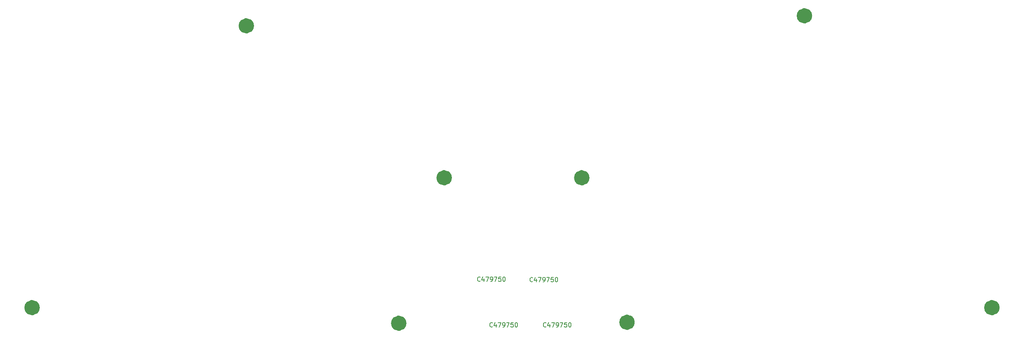
<source format=gbr>
%TF.GenerationSoftware,KiCad,Pcbnew,7.0.2*%
%TF.CreationDate,2023-05-02T21:20:21+02:00*%
%TF.ProjectId,Block,426c6f63-6b2e-46b6-9963-61645f706362,rev?*%
%TF.SameCoordinates,Original*%
%TF.FileFunction,Other,Comment*%
%FSLAX46Y46*%
G04 Gerber Fmt 4.6, Leading zero omitted, Abs format (unit mm)*
G04 Created by KiCad (PCBNEW 7.0.2) date 2023-05-02 21:20:21*
%MOMM*%
%LPD*%
G01*
G04 APERTURE LIST*
%ADD10C,0.150000*%
%ADD11C,1.750000*%
G04 APERTURE END LIST*
D10*
%TO.C,J2*%
X215220380Y-135147380D02*
X215172761Y-135195000D01*
X215172761Y-135195000D02*
X215029904Y-135242619D01*
X215029904Y-135242619D02*
X214934666Y-135242619D01*
X214934666Y-135242619D02*
X214791809Y-135195000D01*
X214791809Y-135195000D02*
X214696571Y-135099761D01*
X214696571Y-135099761D02*
X214648952Y-135004523D01*
X214648952Y-135004523D02*
X214601333Y-134814047D01*
X214601333Y-134814047D02*
X214601333Y-134671190D01*
X214601333Y-134671190D02*
X214648952Y-134480714D01*
X214648952Y-134480714D02*
X214696571Y-134385476D01*
X214696571Y-134385476D02*
X214791809Y-134290238D01*
X214791809Y-134290238D02*
X214934666Y-134242619D01*
X214934666Y-134242619D02*
X215029904Y-134242619D01*
X215029904Y-134242619D02*
X215172761Y-134290238D01*
X215172761Y-134290238D02*
X215220380Y-134337857D01*
X216077523Y-134575952D02*
X216077523Y-135242619D01*
X215839428Y-134195000D02*
X215601333Y-134909285D01*
X215601333Y-134909285D02*
X216220380Y-134909285D01*
X216506095Y-134242619D02*
X217172761Y-134242619D01*
X217172761Y-134242619D02*
X216744190Y-135242619D01*
X217601333Y-135242619D02*
X217791809Y-135242619D01*
X217791809Y-135242619D02*
X217887047Y-135195000D01*
X217887047Y-135195000D02*
X217934666Y-135147380D01*
X217934666Y-135147380D02*
X218029904Y-135004523D01*
X218029904Y-135004523D02*
X218077523Y-134814047D01*
X218077523Y-134814047D02*
X218077523Y-134433095D01*
X218077523Y-134433095D02*
X218029904Y-134337857D01*
X218029904Y-134337857D02*
X217982285Y-134290238D01*
X217982285Y-134290238D02*
X217887047Y-134242619D01*
X217887047Y-134242619D02*
X217696571Y-134242619D01*
X217696571Y-134242619D02*
X217601333Y-134290238D01*
X217601333Y-134290238D02*
X217553714Y-134337857D01*
X217553714Y-134337857D02*
X217506095Y-134433095D01*
X217506095Y-134433095D02*
X217506095Y-134671190D01*
X217506095Y-134671190D02*
X217553714Y-134766428D01*
X217553714Y-134766428D02*
X217601333Y-134814047D01*
X217601333Y-134814047D02*
X217696571Y-134861666D01*
X217696571Y-134861666D02*
X217887047Y-134861666D01*
X217887047Y-134861666D02*
X217982285Y-134814047D01*
X217982285Y-134814047D02*
X218029904Y-134766428D01*
X218029904Y-134766428D02*
X218077523Y-134671190D01*
X218410857Y-134242619D02*
X219077523Y-134242619D01*
X219077523Y-134242619D02*
X218648952Y-135242619D01*
X219934666Y-134242619D02*
X219458476Y-134242619D01*
X219458476Y-134242619D02*
X219410857Y-134718809D01*
X219410857Y-134718809D02*
X219458476Y-134671190D01*
X219458476Y-134671190D02*
X219553714Y-134623571D01*
X219553714Y-134623571D02*
X219791809Y-134623571D01*
X219791809Y-134623571D02*
X219887047Y-134671190D01*
X219887047Y-134671190D02*
X219934666Y-134718809D01*
X219934666Y-134718809D02*
X219982285Y-134814047D01*
X219982285Y-134814047D02*
X219982285Y-135052142D01*
X219982285Y-135052142D02*
X219934666Y-135147380D01*
X219934666Y-135147380D02*
X219887047Y-135195000D01*
X219887047Y-135195000D02*
X219791809Y-135242619D01*
X219791809Y-135242619D02*
X219553714Y-135242619D01*
X219553714Y-135242619D02*
X219458476Y-135195000D01*
X219458476Y-135195000D02*
X219410857Y-135147380D01*
X220601333Y-134242619D02*
X220696571Y-134242619D01*
X220696571Y-134242619D02*
X220791809Y-134290238D01*
X220791809Y-134290238D02*
X220839428Y-134337857D01*
X220839428Y-134337857D02*
X220887047Y-134433095D01*
X220887047Y-134433095D02*
X220934666Y-134623571D01*
X220934666Y-134623571D02*
X220934666Y-134861666D01*
X220934666Y-134861666D02*
X220887047Y-135052142D01*
X220887047Y-135052142D02*
X220839428Y-135147380D01*
X220839428Y-135147380D02*
X220791809Y-135195000D01*
X220791809Y-135195000D02*
X220696571Y-135242619D01*
X220696571Y-135242619D02*
X220601333Y-135242619D01*
X220601333Y-135242619D02*
X220506095Y-135195000D01*
X220506095Y-135195000D02*
X220458476Y-135147380D01*
X220458476Y-135147380D02*
X220410857Y-135052142D01*
X220410857Y-135052142D02*
X220363238Y-134861666D01*
X220363238Y-134861666D02*
X220363238Y-134623571D01*
X220363238Y-134623571D02*
X220410857Y-134433095D01*
X220410857Y-134433095D02*
X220458476Y-134337857D01*
X220458476Y-134337857D02*
X220506095Y-134290238D01*
X220506095Y-134290238D02*
X220601333Y-134242619D01*
X215220380Y-135151380D02*
X215172761Y-135199000D01*
X215172761Y-135199000D02*
X215029904Y-135246619D01*
X215029904Y-135246619D02*
X214934666Y-135246619D01*
X214934666Y-135246619D02*
X214791809Y-135199000D01*
X214791809Y-135199000D02*
X214696571Y-135103761D01*
X214696571Y-135103761D02*
X214648952Y-135008523D01*
X214648952Y-135008523D02*
X214601333Y-134818047D01*
X214601333Y-134818047D02*
X214601333Y-134675190D01*
X214601333Y-134675190D02*
X214648952Y-134484714D01*
X214648952Y-134484714D02*
X214696571Y-134389476D01*
X214696571Y-134389476D02*
X214791809Y-134294238D01*
X214791809Y-134294238D02*
X214934666Y-134246619D01*
X214934666Y-134246619D02*
X215029904Y-134246619D01*
X215029904Y-134246619D02*
X215172761Y-134294238D01*
X215172761Y-134294238D02*
X215220380Y-134341857D01*
X216077523Y-134579952D02*
X216077523Y-135246619D01*
X215839428Y-134199000D02*
X215601333Y-134913285D01*
X215601333Y-134913285D02*
X216220380Y-134913285D01*
X216506095Y-134246619D02*
X217172761Y-134246619D01*
X217172761Y-134246619D02*
X216744190Y-135246619D01*
X217601333Y-135246619D02*
X217791809Y-135246619D01*
X217791809Y-135246619D02*
X217887047Y-135199000D01*
X217887047Y-135199000D02*
X217934666Y-135151380D01*
X217934666Y-135151380D02*
X218029904Y-135008523D01*
X218029904Y-135008523D02*
X218077523Y-134818047D01*
X218077523Y-134818047D02*
X218077523Y-134437095D01*
X218077523Y-134437095D02*
X218029904Y-134341857D01*
X218029904Y-134341857D02*
X217982285Y-134294238D01*
X217982285Y-134294238D02*
X217887047Y-134246619D01*
X217887047Y-134246619D02*
X217696571Y-134246619D01*
X217696571Y-134246619D02*
X217601333Y-134294238D01*
X217601333Y-134294238D02*
X217553714Y-134341857D01*
X217553714Y-134341857D02*
X217506095Y-134437095D01*
X217506095Y-134437095D02*
X217506095Y-134675190D01*
X217506095Y-134675190D02*
X217553714Y-134770428D01*
X217553714Y-134770428D02*
X217601333Y-134818047D01*
X217601333Y-134818047D02*
X217696571Y-134865666D01*
X217696571Y-134865666D02*
X217887047Y-134865666D01*
X217887047Y-134865666D02*
X217982285Y-134818047D01*
X217982285Y-134818047D02*
X218029904Y-134770428D01*
X218029904Y-134770428D02*
X218077523Y-134675190D01*
X218410857Y-134246619D02*
X219077523Y-134246619D01*
X219077523Y-134246619D02*
X218648952Y-135246619D01*
X219934666Y-134246619D02*
X219458476Y-134246619D01*
X219458476Y-134246619D02*
X219410857Y-134722809D01*
X219410857Y-134722809D02*
X219458476Y-134675190D01*
X219458476Y-134675190D02*
X219553714Y-134627571D01*
X219553714Y-134627571D02*
X219791809Y-134627571D01*
X219791809Y-134627571D02*
X219887047Y-134675190D01*
X219887047Y-134675190D02*
X219934666Y-134722809D01*
X219934666Y-134722809D02*
X219982285Y-134818047D01*
X219982285Y-134818047D02*
X219982285Y-135056142D01*
X219982285Y-135056142D02*
X219934666Y-135151380D01*
X219934666Y-135151380D02*
X219887047Y-135199000D01*
X219887047Y-135199000D02*
X219791809Y-135246619D01*
X219791809Y-135246619D02*
X219553714Y-135246619D01*
X219553714Y-135246619D02*
X219458476Y-135199000D01*
X219458476Y-135199000D02*
X219410857Y-135151380D01*
X220601333Y-134246619D02*
X220696571Y-134246619D01*
X220696571Y-134246619D02*
X220791809Y-134294238D01*
X220791809Y-134294238D02*
X220839428Y-134341857D01*
X220839428Y-134341857D02*
X220887047Y-134437095D01*
X220887047Y-134437095D02*
X220934666Y-134627571D01*
X220934666Y-134627571D02*
X220934666Y-134865666D01*
X220934666Y-134865666D02*
X220887047Y-135056142D01*
X220887047Y-135056142D02*
X220839428Y-135151380D01*
X220839428Y-135151380D02*
X220791809Y-135199000D01*
X220791809Y-135199000D02*
X220696571Y-135246619D01*
X220696571Y-135246619D02*
X220601333Y-135246619D01*
X220601333Y-135246619D02*
X220506095Y-135199000D01*
X220506095Y-135199000D02*
X220458476Y-135151380D01*
X220458476Y-135151380D02*
X220410857Y-135056142D01*
X220410857Y-135056142D02*
X220363238Y-134865666D01*
X220363238Y-134865666D02*
X220363238Y-134627571D01*
X220363238Y-134627571D02*
X220410857Y-134437095D01*
X220410857Y-134437095D02*
X220458476Y-134341857D01*
X220458476Y-134341857D02*
X220506095Y-134294238D01*
X220506095Y-134294238D02*
X220601333Y-134246619D01*
%TO.C,J1*%
X227158380Y-135269380D02*
X227110761Y-135317000D01*
X227110761Y-135317000D02*
X226967904Y-135364619D01*
X226967904Y-135364619D02*
X226872666Y-135364619D01*
X226872666Y-135364619D02*
X226729809Y-135317000D01*
X226729809Y-135317000D02*
X226634571Y-135221761D01*
X226634571Y-135221761D02*
X226586952Y-135126523D01*
X226586952Y-135126523D02*
X226539333Y-134936047D01*
X226539333Y-134936047D02*
X226539333Y-134793190D01*
X226539333Y-134793190D02*
X226586952Y-134602714D01*
X226586952Y-134602714D02*
X226634571Y-134507476D01*
X226634571Y-134507476D02*
X226729809Y-134412238D01*
X226729809Y-134412238D02*
X226872666Y-134364619D01*
X226872666Y-134364619D02*
X226967904Y-134364619D01*
X226967904Y-134364619D02*
X227110761Y-134412238D01*
X227110761Y-134412238D02*
X227158380Y-134459857D01*
X228015523Y-134697952D02*
X228015523Y-135364619D01*
X227777428Y-134317000D02*
X227539333Y-135031285D01*
X227539333Y-135031285D02*
X228158380Y-135031285D01*
X228444095Y-134364619D02*
X229110761Y-134364619D01*
X229110761Y-134364619D02*
X228682190Y-135364619D01*
X229539333Y-135364619D02*
X229729809Y-135364619D01*
X229729809Y-135364619D02*
X229825047Y-135317000D01*
X229825047Y-135317000D02*
X229872666Y-135269380D01*
X229872666Y-135269380D02*
X229967904Y-135126523D01*
X229967904Y-135126523D02*
X230015523Y-134936047D01*
X230015523Y-134936047D02*
X230015523Y-134555095D01*
X230015523Y-134555095D02*
X229967904Y-134459857D01*
X229967904Y-134459857D02*
X229920285Y-134412238D01*
X229920285Y-134412238D02*
X229825047Y-134364619D01*
X229825047Y-134364619D02*
X229634571Y-134364619D01*
X229634571Y-134364619D02*
X229539333Y-134412238D01*
X229539333Y-134412238D02*
X229491714Y-134459857D01*
X229491714Y-134459857D02*
X229444095Y-134555095D01*
X229444095Y-134555095D02*
X229444095Y-134793190D01*
X229444095Y-134793190D02*
X229491714Y-134888428D01*
X229491714Y-134888428D02*
X229539333Y-134936047D01*
X229539333Y-134936047D02*
X229634571Y-134983666D01*
X229634571Y-134983666D02*
X229825047Y-134983666D01*
X229825047Y-134983666D02*
X229920285Y-134936047D01*
X229920285Y-134936047D02*
X229967904Y-134888428D01*
X229967904Y-134888428D02*
X230015523Y-134793190D01*
X230348857Y-134364619D02*
X231015523Y-134364619D01*
X231015523Y-134364619D02*
X230586952Y-135364619D01*
X231872666Y-134364619D02*
X231396476Y-134364619D01*
X231396476Y-134364619D02*
X231348857Y-134840809D01*
X231348857Y-134840809D02*
X231396476Y-134793190D01*
X231396476Y-134793190D02*
X231491714Y-134745571D01*
X231491714Y-134745571D02*
X231729809Y-134745571D01*
X231729809Y-134745571D02*
X231825047Y-134793190D01*
X231825047Y-134793190D02*
X231872666Y-134840809D01*
X231872666Y-134840809D02*
X231920285Y-134936047D01*
X231920285Y-134936047D02*
X231920285Y-135174142D01*
X231920285Y-135174142D02*
X231872666Y-135269380D01*
X231872666Y-135269380D02*
X231825047Y-135317000D01*
X231825047Y-135317000D02*
X231729809Y-135364619D01*
X231729809Y-135364619D02*
X231491714Y-135364619D01*
X231491714Y-135364619D02*
X231396476Y-135317000D01*
X231396476Y-135317000D02*
X231348857Y-135269380D01*
X232539333Y-134364619D02*
X232634571Y-134364619D01*
X232634571Y-134364619D02*
X232729809Y-134412238D01*
X232729809Y-134412238D02*
X232777428Y-134459857D01*
X232777428Y-134459857D02*
X232825047Y-134555095D01*
X232825047Y-134555095D02*
X232872666Y-134745571D01*
X232872666Y-134745571D02*
X232872666Y-134983666D01*
X232872666Y-134983666D02*
X232825047Y-135174142D01*
X232825047Y-135174142D02*
X232777428Y-135269380D01*
X232777428Y-135269380D02*
X232729809Y-135317000D01*
X232729809Y-135317000D02*
X232634571Y-135364619D01*
X232634571Y-135364619D02*
X232539333Y-135364619D01*
X232539333Y-135364619D02*
X232444095Y-135317000D01*
X232444095Y-135317000D02*
X232396476Y-135269380D01*
X232396476Y-135269380D02*
X232348857Y-135174142D01*
X232348857Y-135174142D02*
X232301238Y-134983666D01*
X232301238Y-134983666D02*
X232301238Y-134745571D01*
X232301238Y-134745571D02*
X232348857Y-134555095D01*
X232348857Y-134555095D02*
X232396476Y-134459857D01*
X232396476Y-134459857D02*
X232444095Y-134412238D01*
X232444095Y-134412238D02*
X232539333Y-134364619D01*
X227158380Y-135265380D02*
X227110761Y-135313000D01*
X227110761Y-135313000D02*
X226967904Y-135360619D01*
X226967904Y-135360619D02*
X226872666Y-135360619D01*
X226872666Y-135360619D02*
X226729809Y-135313000D01*
X226729809Y-135313000D02*
X226634571Y-135217761D01*
X226634571Y-135217761D02*
X226586952Y-135122523D01*
X226586952Y-135122523D02*
X226539333Y-134932047D01*
X226539333Y-134932047D02*
X226539333Y-134789190D01*
X226539333Y-134789190D02*
X226586952Y-134598714D01*
X226586952Y-134598714D02*
X226634571Y-134503476D01*
X226634571Y-134503476D02*
X226729809Y-134408238D01*
X226729809Y-134408238D02*
X226872666Y-134360619D01*
X226872666Y-134360619D02*
X226967904Y-134360619D01*
X226967904Y-134360619D02*
X227110761Y-134408238D01*
X227110761Y-134408238D02*
X227158380Y-134455857D01*
X228015523Y-134693952D02*
X228015523Y-135360619D01*
X227777428Y-134313000D02*
X227539333Y-135027285D01*
X227539333Y-135027285D02*
X228158380Y-135027285D01*
X228444095Y-134360619D02*
X229110761Y-134360619D01*
X229110761Y-134360619D02*
X228682190Y-135360619D01*
X229539333Y-135360619D02*
X229729809Y-135360619D01*
X229729809Y-135360619D02*
X229825047Y-135313000D01*
X229825047Y-135313000D02*
X229872666Y-135265380D01*
X229872666Y-135265380D02*
X229967904Y-135122523D01*
X229967904Y-135122523D02*
X230015523Y-134932047D01*
X230015523Y-134932047D02*
X230015523Y-134551095D01*
X230015523Y-134551095D02*
X229967904Y-134455857D01*
X229967904Y-134455857D02*
X229920285Y-134408238D01*
X229920285Y-134408238D02*
X229825047Y-134360619D01*
X229825047Y-134360619D02*
X229634571Y-134360619D01*
X229634571Y-134360619D02*
X229539333Y-134408238D01*
X229539333Y-134408238D02*
X229491714Y-134455857D01*
X229491714Y-134455857D02*
X229444095Y-134551095D01*
X229444095Y-134551095D02*
X229444095Y-134789190D01*
X229444095Y-134789190D02*
X229491714Y-134884428D01*
X229491714Y-134884428D02*
X229539333Y-134932047D01*
X229539333Y-134932047D02*
X229634571Y-134979666D01*
X229634571Y-134979666D02*
X229825047Y-134979666D01*
X229825047Y-134979666D02*
X229920285Y-134932047D01*
X229920285Y-134932047D02*
X229967904Y-134884428D01*
X229967904Y-134884428D02*
X230015523Y-134789190D01*
X230348857Y-134360619D02*
X231015523Y-134360619D01*
X231015523Y-134360619D02*
X230586952Y-135360619D01*
X231872666Y-134360619D02*
X231396476Y-134360619D01*
X231396476Y-134360619D02*
X231348857Y-134836809D01*
X231348857Y-134836809D02*
X231396476Y-134789190D01*
X231396476Y-134789190D02*
X231491714Y-134741571D01*
X231491714Y-134741571D02*
X231729809Y-134741571D01*
X231729809Y-134741571D02*
X231825047Y-134789190D01*
X231825047Y-134789190D02*
X231872666Y-134836809D01*
X231872666Y-134836809D02*
X231920285Y-134932047D01*
X231920285Y-134932047D02*
X231920285Y-135170142D01*
X231920285Y-135170142D02*
X231872666Y-135265380D01*
X231872666Y-135265380D02*
X231825047Y-135313000D01*
X231825047Y-135313000D02*
X231729809Y-135360619D01*
X231729809Y-135360619D02*
X231491714Y-135360619D01*
X231491714Y-135360619D02*
X231396476Y-135313000D01*
X231396476Y-135313000D02*
X231348857Y-135265380D01*
X232539333Y-134360619D02*
X232634571Y-134360619D01*
X232634571Y-134360619D02*
X232729809Y-134408238D01*
X232729809Y-134408238D02*
X232777428Y-134455857D01*
X232777428Y-134455857D02*
X232825047Y-134551095D01*
X232825047Y-134551095D02*
X232872666Y-134741571D01*
X232872666Y-134741571D02*
X232872666Y-134979666D01*
X232872666Y-134979666D02*
X232825047Y-135170142D01*
X232825047Y-135170142D02*
X232777428Y-135265380D01*
X232777428Y-135265380D02*
X232729809Y-135313000D01*
X232729809Y-135313000D02*
X232634571Y-135360619D01*
X232634571Y-135360619D02*
X232539333Y-135360619D01*
X232539333Y-135360619D02*
X232444095Y-135313000D01*
X232444095Y-135313000D02*
X232396476Y-135265380D01*
X232396476Y-135265380D02*
X232348857Y-135170142D01*
X232348857Y-135170142D02*
X232301238Y-134979666D01*
X232301238Y-134979666D02*
X232301238Y-134741571D01*
X232301238Y-134741571D02*
X232348857Y-134551095D01*
X232348857Y-134551095D02*
X232396476Y-134455857D01*
X232396476Y-134455857D02*
X232444095Y-134408238D01*
X232444095Y-134408238D02*
X232539333Y-134360619D01*
%TO.C,J6*%
X218014380Y-145561380D02*
X217966761Y-145609000D01*
X217966761Y-145609000D02*
X217823904Y-145656619D01*
X217823904Y-145656619D02*
X217728666Y-145656619D01*
X217728666Y-145656619D02*
X217585809Y-145609000D01*
X217585809Y-145609000D02*
X217490571Y-145513761D01*
X217490571Y-145513761D02*
X217442952Y-145418523D01*
X217442952Y-145418523D02*
X217395333Y-145228047D01*
X217395333Y-145228047D02*
X217395333Y-145085190D01*
X217395333Y-145085190D02*
X217442952Y-144894714D01*
X217442952Y-144894714D02*
X217490571Y-144799476D01*
X217490571Y-144799476D02*
X217585809Y-144704238D01*
X217585809Y-144704238D02*
X217728666Y-144656619D01*
X217728666Y-144656619D02*
X217823904Y-144656619D01*
X217823904Y-144656619D02*
X217966761Y-144704238D01*
X217966761Y-144704238D02*
X218014380Y-144751857D01*
X218871523Y-144989952D02*
X218871523Y-145656619D01*
X218633428Y-144609000D02*
X218395333Y-145323285D01*
X218395333Y-145323285D02*
X219014380Y-145323285D01*
X219300095Y-144656619D02*
X219966761Y-144656619D01*
X219966761Y-144656619D02*
X219538190Y-145656619D01*
X220395333Y-145656619D02*
X220585809Y-145656619D01*
X220585809Y-145656619D02*
X220681047Y-145609000D01*
X220681047Y-145609000D02*
X220728666Y-145561380D01*
X220728666Y-145561380D02*
X220823904Y-145418523D01*
X220823904Y-145418523D02*
X220871523Y-145228047D01*
X220871523Y-145228047D02*
X220871523Y-144847095D01*
X220871523Y-144847095D02*
X220823904Y-144751857D01*
X220823904Y-144751857D02*
X220776285Y-144704238D01*
X220776285Y-144704238D02*
X220681047Y-144656619D01*
X220681047Y-144656619D02*
X220490571Y-144656619D01*
X220490571Y-144656619D02*
X220395333Y-144704238D01*
X220395333Y-144704238D02*
X220347714Y-144751857D01*
X220347714Y-144751857D02*
X220300095Y-144847095D01*
X220300095Y-144847095D02*
X220300095Y-145085190D01*
X220300095Y-145085190D02*
X220347714Y-145180428D01*
X220347714Y-145180428D02*
X220395333Y-145228047D01*
X220395333Y-145228047D02*
X220490571Y-145275666D01*
X220490571Y-145275666D02*
X220681047Y-145275666D01*
X220681047Y-145275666D02*
X220776285Y-145228047D01*
X220776285Y-145228047D02*
X220823904Y-145180428D01*
X220823904Y-145180428D02*
X220871523Y-145085190D01*
X221204857Y-144656619D02*
X221871523Y-144656619D01*
X221871523Y-144656619D02*
X221442952Y-145656619D01*
X222728666Y-144656619D02*
X222252476Y-144656619D01*
X222252476Y-144656619D02*
X222204857Y-145132809D01*
X222204857Y-145132809D02*
X222252476Y-145085190D01*
X222252476Y-145085190D02*
X222347714Y-145037571D01*
X222347714Y-145037571D02*
X222585809Y-145037571D01*
X222585809Y-145037571D02*
X222681047Y-145085190D01*
X222681047Y-145085190D02*
X222728666Y-145132809D01*
X222728666Y-145132809D02*
X222776285Y-145228047D01*
X222776285Y-145228047D02*
X222776285Y-145466142D01*
X222776285Y-145466142D02*
X222728666Y-145561380D01*
X222728666Y-145561380D02*
X222681047Y-145609000D01*
X222681047Y-145609000D02*
X222585809Y-145656619D01*
X222585809Y-145656619D02*
X222347714Y-145656619D01*
X222347714Y-145656619D02*
X222252476Y-145609000D01*
X222252476Y-145609000D02*
X222204857Y-145561380D01*
X223395333Y-144656619D02*
X223490571Y-144656619D01*
X223490571Y-144656619D02*
X223585809Y-144704238D01*
X223585809Y-144704238D02*
X223633428Y-144751857D01*
X223633428Y-144751857D02*
X223681047Y-144847095D01*
X223681047Y-144847095D02*
X223728666Y-145037571D01*
X223728666Y-145037571D02*
X223728666Y-145275666D01*
X223728666Y-145275666D02*
X223681047Y-145466142D01*
X223681047Y-145466142D02*
X223633428Y-145561380D01*
X223633428Y-145561380D02*
X223585809Y-145609000D01*
X223585809Y-145609000D02*
X223490571Y-145656619D01*
X223490571Y-145656619D02*
X223395333Y-145656619D01*
X223395333Y-145656619D02*
X223300095Y-145609000D01*
X223300095Y-145609000D02*
X223252476Y-145561380D01*
X223252476Y-145561380D02*
X223204857Y-145466142D01*
X223204857Y-145466142D02*
X223157238Y-145275666D01*
X223157238Y-145275666D02*
X223157238Y-145037571D01*
X223157238Y-145037571D02*
X223204857Y-144847095D01*
X223204857Y-144847095D02*
X223252476Y-144751857D01*
X223252476Y-144751857D02*
X223300095Y-144704238D01*
X223300095Y-144704238D02*
X223395333Y-144656619D01*
X218014380Y-145565380D02*
X217966761Y-145613000D01*
X217966761Y-145613000D02*
X217823904Y-145660619D01*
X217823904Y-145660619D02*
X217728666Y-145660619D01*
X217728666Y-145660619D02*
X217585809Y-145613000D01*
X217585809Y-145613000D02*
X217490571Y-145517761D01*
X217490571Y-145517761D02*
X217442952Y-145422523D01*
X217442952Y-145422523D02*
X217395333Y-145232047D01*
X217395333Y-145232047D02*
X217395333Y-145089190D01*
X217395333Y-145089190D02*
X217442952Y-144898714D01*
X217442952Y-144898714D02*
X217490571Y-144803476D01*
X217490571Y-144803476D02*
X217585809Y-144708238D01*
X217585809Y-144708238D02*
X217728666Y-144660619D01*
X217728666Y-144660619D02*
X217823904Y-144660619D01*
X217823904Y-144660619D02*
X217966761Y-144708238D01*
X217966761Y-144708238D02*
X218014380Y-144755857D01*
X218871523Y-144993952D02*
X218871523Y-145660619D01*
X218633428Y-144613000D02*
X218395333Y-145327285D01*
X218395333Y-145327285D02*
X219014380Y-145327285D01*
X219300095Y-144660619D02*
X219966761Y-144660619D01*
X219966761Y-144660619D02*
X219538190Y-145660619D01*
X220395333Y-145660619D02*
X220585809Y-145660619D01*
X220585809Y-145660619D02*
X220681047Y-145613000D01*
X220681047Y-145613000D02*
X220728666Y-145565380D01*
X220728666Y-145565380D02*
X220823904Y-145422523D01*
X220823904Y-145422523D02*
X220871523Y-145232047D01*
X220871523Y-145232047D02*
X220871523Y-144851095D01*
X220871523Y-144851095D02*
X220823904Y-144755857D01*
X220823904Y-144755857D02*
X220776285Y-144708238D01*
X220776285Y-144708238D02*
X220681047Y-144660619D01*
X220681047Y-144660619D02*
X220490571Y-144660619D01*
X220490571Y-144660619D02*
X220395333Y-144708238D01*
X220395333Y-144708238D02*
X220347714Y-144755857D01*
X220347714Y-144755857D02*
X220300095Y-144851095D01*
X220300095Y-144851095D02*
X220300095Y-145089190D01*
X220300095Y-145089190D02*
X220347714Y-145184428D01*
X220347714Y-145184428D02*
X220395333Y-145232047D01*
X220395333Y-145232047D02*
X220490571Y-145279666D01*
X220490571Y-145279666D02*
X220681047Y-145279666D01*
X220681047Y-145279666D02*
X220776285Y-145232047D01*
X220776285Y-145232047D02*
X220823904Y-145184428D01*
X220823904Y-145184428D02*
X220871523Y-145089190D01*
X221204857Y-144660619D02*
X221871523Y-144660619D01*
X221871523Y-144660619D02*
X221442952Y-145660619D01*
X222728666Y-144660619D02*
X222252476Y-144660619D01*
X222252476Y-144660619D02*
X222204857Y-145136809D01*
X222204857Y-145136809D02*
X222252476Y-145089190D01*
X222252476Y-145089190D02*
X222347714Y-145041571D01*
X222347714Y-145041571D02*
X222585809Y-145041571D01*
X222585809Y-145041571D02*
X222681047Y-145089190D01*
X222681047Y-145089190D02*
X222728666Y-145136809D01*
X222728666Y-145136809D02*
X222776285Y-145232047D01*
X222776285Y-145232047D02*
X222776285Y-145470142D01*
X222776285Y-145470142D02*
X222728666Y-145565380D01*
X222728666Y-145565380D02*
X222681047Y-145613000D01*
X222681047Y-145613000D02*
X222585809Y-145660619D01*
X222585809Y-145660619D02*
X222347714Y-145660619D01*
X222347714Y-145660619D02*
X222252476Y-145613000D01*
X222252476Y-145613000D02*
X222204857Y-145565380D01*
X223395333Y-144660619D02*
X223490571Y-144660619D01*
X223490571Y-144660619D02*
X223585809Y-144708238D01*
X223585809Y-144708238D02*
X223633428Y-144755857D01*
X223633428Y-144755857D02*
X223681047Y-144851095D01*
X223681047Y-144851095D02*
X223728666Y-145041571D01*
X223728666Y-145041571D02*
X223728666Y-145279666D01*
X223728666Y-145279666D02*
X223681047Y-145470142D01*
X223681047Y-145470142D02*
X223633428Y-145565380D01*
X223633428Y-145565380D02*
X223585809Y-145613000D01*
X223585809Y-145613000D02*
X223490571Y-145660619D01*
X223490571Y-145660619D02*
X223395333Y-145660619D01*
X223395333Y-145660619D02*
X223300095Y-145613000D01*
X223300095Y-145613000D02*
X223252476Y-145565380D01*
X223252476Y-145565380D02*
X223204857Y-145470142D01*
X223204857Y-145470142D02*
X223157238Y-145279666D01*
X223157238Y-145279666D02*
X223157238Y-145041571D01*
X223157238Y-145041571D02*
X223204857Y-144851095D01*
X223204857Y-144851095D02*
X223252476Y-144755857D01*
X223252476Y-144755857D02*
X223300095Y-144708238D01*
X223300095Y-144708238D02*
X223395333Y-144660619D01*
%TO.C,J3*%
X230206380Y-145561380D02*
X230158761Y-145609000D01*
X230158761Y-145609000D02*
X230015904Y-145656619D01*
X230015904Y-145656619D02*
X229920666Y-145656619D01*
X229920666Y-145656619D02*
X229777809Y-145609000D01*
X229777809Y-145609000D02*
X229682571Y-145513761D01*
X229682571Y-145513761D02*
X229634952Y-145418523D01*
X229634952Y-145418523D02*
X229587333Y-145228047D01*
X229587333Y-145228047D02*
X229587333Y-145085190D01*
X229587333Y-145085190D02*
X229634952Y-144894714D01*
X229634952Y-144894714D02*
X229682571Y-144799476D01*
X229682571Y-144799476D02*
X229777809Y-144704238D01*
X229777809Y-144704238D02*
X229920666Y-144656619D01*
X229920666Y-144656619D02*
X230015904Y-144656619D01*
X230015904Y-144656619D02*
X230158761Y-144704238D01*
X230158761Y-144704238D02*
X230206380Y-144751857D01*
X231063523Y-144989952D02*
X231063523Y-145656619D01*
X230825428Y-144609000D02*
X230587333Y-145323285D01*
X230587333Y-145323285D02*
X231206380Y-145323285D01*
X231492095Y-144656619D02*
X232158761Y-144656619D01*
X232158761Y-144656619D02*
X231730190Y-145656619D01*
X232587333Y-145656619D02*
X232777809Y-145656619D01*
X232777809Y-145656619D02*
X232873047Y-145609000D01*
X232873047Y-145609000D02*
X232920666Y-145561380D01*
X232920666Y-145561380D02*
X233015904Y-145418523D01*
X233015904Y-145418523D02*
X233063523Y-145228047D01*
X233063523Y-145228047D02*
X233063523Y-144847095D01*
X233063523Y-144847095D02*
X233015904Y-144751857D01*
X233015904Y-144751857D02*
X232968285Y-144704238D01*
X232968285Y-144704238D02*
X232873047Y-144656619D01*
X232873047Y-144656619D02*
X232682571Y-144656619D01*
X232682571Y-144656619D02*
X232587333Y-144704238D01*
X232587333Y-144704238D02*
X232539714Y-144751857D01*
X232539714Y-144751857D02*
X232492095Y-144847095D01*
X232492095Y-144847095D02*
X232492095Y-145085190D01*
X232492095Y-145085190D02*
X232539714Y-145180428D01*
X232539714Y-145180428D02*
X232587333Y-145228047D01*
X232587333Y-145228047D02*
X232682571Y-145275666D01*
X232682571Y-145275666D02*
X232873047Y-145275666D01*
X232873047Y-145275666D02*
X232968285Y-145228047D01*
X232968285Y-145228047D02*
X233015904Y-145180428D01*
X233015904Y-145180428D02*
X233063523Y-145085190D01*
X233396857Y-144656619D02*
X234063523Y-144656619D01*
X234063523Y-144656619D02*
X233634952Y-145656619D01*
X234920666Y-144656619D02*
X234444476Y-144656619D01*
X234444476Y-144656619D02*
X234396857Y-145132809D01*
X234396857Y-145132809D02*
X234444476Y-145085190D01*
X234444476Y-145085190D02*
X234539714Y-145037571D01*
X234539714Y-145037571D02*
X234777809Y-145037571D01*
X234777809Y-145037571D02*
X234873047Y-145085190D01*
X234873047Y-145085190D02*
X234920666Y-145132809D01*
X234920666Y-145132809D02*
X234968285Y-145228047D01*
X234968285Y-145228047D02*
X234968285Y-145466142D01*
X234968285Y-145466142D02*
X234920666Y-145561380D01*
X234920666Y-145561380D02*
X234873047Y-145609000D01*
X234873047Y-145609000D02*
X234777809Y-145656619D01*
X234777809Y-145656619D02*
X234539714Y-145656619D01*
X234539714Y-145656619D02*
X234444476Y-145609000D01*
X234444476Y-145609000D02*
X234396857Y-145561380D01*
X235587333Y-144656619D02*
X235682571Y-144656619D01*
X235682571Y-144656619D02*
X235777809Y-144704238D01*
X235777809Y-144704238D02*
X235825428Y-144751857D01*
X235825428Y-144751857D02*
X235873047Y-144847095D01*
X235873047Y-144847095D02*
X235920666Y-145037571D01*
X235920666Y-145037571D02*
X235920666Y-145275666D01*
X235920666Y-145275666D02*
X235873047Y-145466142D01*
X235873047Y-145466142D02*
X235825428Y-145561380D01*
X235825428Y-145561380D02*
X235777809Y-145609000D01*
X235777809Y-145609000D02*
X235682571Y-145656619D01*
X235682571Y-145656619D02*
X235587333Y-145656619D01*
X235587333Y-145656619D02*
X235492095Y-145609000D01*
X235492095Y-145609000D02*
X235444476Y-145561380D01*
X235444476Y-145561380D02*
X235396857Y-145466142D01*
X235396857Y-145466142D02*
X235349238Y-145275666D01*
X235349238Y-145275666D02*
X235349238Y-145037571D01*
X235349238Y-145037571D02*
X235396857Y-144847095D01*
X235396857Y-144847095D02*
X235444476Y-144751857D01*
X235444476Y-144751857D02*
X235492095Y-144704238D01*
X235492095Y-144704238D02*
X235587333Y-144656619D01*
X230206380Y-145565380D02*
X230158761Y-145613000D01*
X230158761Y-145613000D02*
X230015904Y-145660619D01*
X230015904Y-145660619D02*
X229920666Y-145660619D01*
X229920666Y-145660619D02*
X229777809Y-145613000D01*
X229777809Y-145613000D02*
X229682571Y-145517761D01*
X229682571Y-145517761D02*
X229634952Y-145422523D01*
X229634952Y-145422523D02*
X229587333Y-145232047D01*
X229587333Y-145232047D02*
X229587333Y-145089190D01*
X229587333Y-145089190D02*
X229634952Y-144898714D01*
X229634952Y-144898714D02*
X229682571Y-144803476D01*
X229682571Y-144803476D02*
X229777809Y-144708238D01*
X229777809Y-144708238D02*
X229920666Y-144660619D01*
X229920666Y-144660619D02*
X230015904Y-144660619D01*
X230015904Y-144660619D02*
X230158761Y-144708238D01*
X230158761Y-144708238D02*
X230206380Y-144755857D01*
X231063523Y-144993952D02*
X231063523Y-145660619D01*
X230825428Y-144613000D02*
X230587333Y-145327285D01*
X230587333Y-145327285D02*
X231206380Y-145327285D01*
X231492095Y-144660619D02*
X232158761Y-144660619D01*
X232158761Y-144660619D02*
X231730190Y-145660619D01*
X232587333Y-145660619D02*
X232777809Y-145660619D01*
X232777809Y-145660619D02*
X232873047Y-145613000D01*
X232873047Y-145613000D02*
X232920666Y-145565380D01*
X232920666Y-145565380D02*
X233015904Y-145422523D01*
X233015904Y-145422523D02*
X233063523Y-145232047D01*
X233063523Y-145232047D02*
X233063523Y-144851095D01*
X233063523Y-144851095D02*
X233015904Y-144755857D01*
X233015904Y-144755857D02*
X232968285Y-144708238D01*
X232968285Y-144708238D02*
X232873047Y-144660619D01*
X232873047Y-144660619D02*
X232682571Y-144660619D01*
X232682571Y-144660619D02*
X232587333Y-144708238D01*
X232587333Y-144708238D02*
X232539714Y-144755857D01*
X232539714Y-144755857D02*
X232492095Y-144851095D01*
X232492095Y-144851095D02*
X232492095Y-145089190D01*
X232492095Y-145089190D02*
X232539714Y-145184428D01*
X232539714Y-145184428D02*
X232587333Y-145232047D01*
X232587333Y-145232047D02*
X232682571Y-145279666D01*
X232682571Y-145279666D02*
X232873047Y-145279666D01*
X232873047Y-145279666D02*
X232968285Y-145232047D01*
X232968285Y-145232047D02*
X233015904Y-145184428D01*
X233015904Y-145184428D02*
X233063523Y-145089190D01*
X233396857Y-144660619D02*
X234063523Y-144660619D01*
X234063523Y-144660619D02*
X233634952Y-145660619D01*
X234920666Y-144660619D02*
X234444476Y-144660619D01*
X234444476Y-144660619D02*
X234396857Y-145136809D01*
X234396857Y-145136809D02*
X234444476Y-145089190D01*
X234444476Y-145089190D02*
X234539714Y-145041571D01*
X234539714Y-145041571D02*
X234777809Y-145041571D01*
X234777809Y-145041571D02*
X234873047Y-145089190D01*
X234873047Y-145089190D02*
X234920666Y-145136809D01*
X234920666Y-145136809D02*
X234968285Y-145232047D01*
X234968285Y-145232047D02*
X234968285Y-145470142D01*
X234968285Y-145470142D02*
X234920666Y-145565380D01*
X234920666Y-145565380D02*
X234873047Y-145613000D01*
X234873047Y-145613000D02*
X234777809Y-145660619D01*
X234777809Y-145660619D02*
X234539714Y-145660619D01*
X234539714Y-145660619D02*
X234444476Y-145613000D01*
X234444476Y-145613000D02*
X234396857Y-145565380D01*
X235587333Y-144660619D02*
X235682571Y-144660619D01*
X235682571Y-144660619D02*
X235777809Y-144708238D01*
X235777809Y-144708238D02*
X235825428Y-144755857D01*
X235825428Y-144755857D02*
X235873047Y-144851095D01*
X235873047Y-144851095D02*
X235920666Y-145041571D01*
X235920666Y-145041571D02*
X235920666Y-145279666D01*
X235920666Y-145279666D02*
X235873047Y-145470142D01*
X235873047Y-145470142D02*
X235825428Y-145565380D01*
X235825428Y-145565380D02*
X235777809Y-145613000D01*
X235777809Y-145613000D02*
X235682571Y-145660619D01*
X235682571Y-145660619D02*
X235587333Y-145660619D01*
X235587333Y-145660619D02*
X235492095Y-145613000D01*
X235492095Y-145613000D02*
X235444476Y-145565380D01*
X235444476Y-145565380D02*
X235396857Y-145470142D01*
X235396857Y-145470142D02*
X235349238Y-145279666D01*
X235349238Y-145279666D02*
X235349238Y-145041571D01*
X235349238Y-145041571D02*
X235396857Y-144851095D01*
X235396857Y-144851095D02*
X235444476Y-144755857D01*
X235444476Y-144755857D02*
X235492095Y-144708238D01*
X235492095Y-144708238D02*
X235587333Y-144660619D01*
%TO.C,H10*%
D11*
X239229380Y-111634942D02*
G75*
G03*
X239229380Y-111634942I-875000J0D01*
G01*
%TO.C,H8*%
X114101000Y-141252000D02*
G75*
G03*
X114101000Y-141252000I-875000J0D01*
G01*
%TO.C,H9*%
X207908286Y-111634942D02*
G75*
G03*
X207908286Y-111634942I-875000J0D01*
G01*
%TO.C,H3*%
X332583000Y-141252000D02*
G75*
G03*
X332583000Y-141252000I-875000J0D01*
G01*
%TO.C,H2*%
X289911000Y-74704000D02*
G75*
G03*
X289911000Y-74704000I-875000J0D01*
G01*
%TO.C,H1*%
X249523000Y-144583000D02*
G75*
G03*
X249523000Y-144583000I-875000J0D01*
G01*
%TO.C,H5*%
X197561000Y-144808000D02*
G75*
G03*
X197561000Y-144808000I-875000J0D01*
G01*
%TO.C,H4*%
X162869000Y-76990000D02*
G75*
G03*
X162869000Y-76990000I-875000J0D01*
G01*
%TD*%
M02*

</source>
